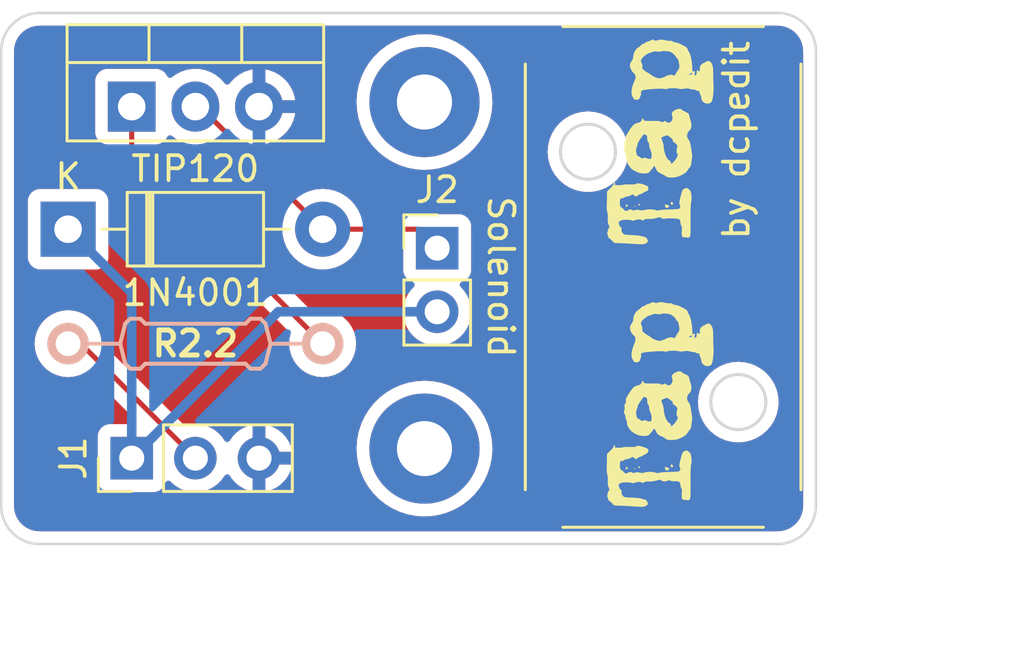
<source format=kicad_pcb>
(kicad_pcb (version 20211014) (generator pcbnew)
  (layers (0 "F.Cu" signal) (31 "B.Cu" signal) (34 "B.Paste" user) (35 "F.Paste" user) (36 "B.SilkS" user "B.Silkscreen") (37 "F.SilkS" user "F.Silkscreen") (38 "B.Mask" user) (39 "F.Mask" user) (44 "Edge.Cuts" user))
  (net 0 "")
  (net 1 "+5V")
  (net 2 "Net-(D1-Pad2)")
  (net 3 "GND")
  (net 4 "Net-(J1-Pad2)")
  (net 5 "Net-(Q1-Pad1)")
  (footprint "TapTap:taptap" (layer "F.Cu") (at 122.174 64.77 90)
    (fp_text reference "G***" hide)
    (fp_text value "LOGO" hide)
  )
  (footprint "Connector_PinHeader_2.54mm:PinHeader_1x02_P2.54mm_Vertical" (layer "F.Cu") (at 113.284 63.749)
    (fp_text reference "J2" (at 0 -2.33) (layer "F.SilkS"))
    (fp_text value "Conn_01x02_Female")
    (pad "1" thru_hole rect (at 0 0) (size 1.7 1.7) (drill 1) (layers *.Cu *.Mask) (net 2 "Net-(D1-Pad2)"))
    (pad "2" thru_hole oval (at 0 2.54) (size 1.7 1.7) (drill 1) (layers *.Cu *.Mask) (net 1 "+5V"))
  )
  (footprint "MountingHole:MountingHole_2.2mm_M2_Pad" (layer "F.Cu") (at 112.776 71.755)
    (fp_text reference "H2" hide)
    (fp_text value "MountingHole")
    (pad "1" thru_hole circle (at 0 0) (size 4.4 4.4) (drill 2.2) (layers *.Cu *.Mask))
  )
  (footprint "redherring:solenoid" (layer "F.Cu") (at 122.301 64.897 -90)
    (fp_text reference "Solenoid" (at 0 6.477 -90 unlocked) (layer "F.SilkS"))
    (fp_text value "solenoid")
    (fp_circle (center 5 -3) (end 6.1 -3) (layer "Edge.Cuts") (width 0.12) (fill none))
    (fp_circle (center -5 3) (end -3.9 3) (layer "Edge.Cuts") (width 0.12) (fill none))
  )
  (footprint "Diode_THT:D_DO-41_SOD81_P10.16mm_Horizontal" (layer "F.Cu") (at 98.552 62.992)
    (fp_text reference "1N4001" (at 5.08 2.54) (layer "F.SilkS"))
    (fp_text value "1N4001")
    (fp_text user "K" (at 0 -2.1) (layer "F.SilkS"))
    (pad "1" thru_hole rect (at 0 0) (size 2.2 2.2) (drill 1.1) (layers *.Cu *.Mask) (net 1 "+5V"))
    (pad "2" thru_hole oval (at 10.16 0) (size 2.2 2.2) (drill 1.1) (layers *.Cu *.Mask) (net 2 "Net-(D1-Pad2)"))
  )
  (footprint "Connector_PinHeader_2.54mm:PinHeader_1x03_P2.54mm_Vertical" (layer "F.Cu") (at 101.092 72.136 90)
    (fp_text reference "J1" (at 0 -2.33 90) (layer "F.SilkS"))
    (fp_text value "Conn_01x03_Female")
    (pad "1" thru_hole rect (at 0 0 90) (size 1.7 1.7) (drill 1) (layers *.Cu *.Mask) (net 1 "+5V"))
    (pad "2" thru_hole oval (at 0 2.54 90) (size 1.7 1.7) (drill 1) (layers *.Cu *.Mask) (net 4 "Net-(J1-Pad2)"))
    (pad "3" thru_hole oval (at 0 5.08 90) (size 1.7 1.7) (drill 1) (layers *.Cu *.Mask) (net 3 "GND"))
  )
  (footprint "MountingHole:MountingHole_2.2mm_M2_Pad" (layer "F.Cu") (at 112.776 57.912)
    (fp_text reference "H1" hide)
    (fp_text value "MountingHole")
    (pad "1" thru_hole circle (at 0 0) (size 4.4 4.4) (drill 2.2) (layers *.Cu *.Mask))
  )
  (footprint "Package_TO_SOT_THT:TO-220-3_Vertical" (layer "F.Cu") (at 101.092 58.095)
    (fp_text reference "TIP120" (at 2.54 2.484) (layer "F.SilkS"))
    (fp_text value "TIP120")
    (pad "1" thru_hole rect (at 0 0) (size 1.905 2) (drill 1.1) (layers *.Cu *.Mask) (net 5 "Net-(Q1-Pad1)"))
    (pad "2" thru_hole oval (at 2.54 0) (size 1.905 2) (drill 1.1) (layers *.Cu *.Mask) (net 2 "Net-(D1-Pad2)"))
    (pad "3" thru_hole oval (at 5.08 0) (size 1.905 2) (drill 1.1) (layers *.Cu *.Mask) (net 3 "GND"))
  )
  (footprint "Keebio-Parts:Resistor" (layer "F.Cu") (at 103.632 67.564)
    (fp_text reference "R2.2" (at 0 0) (layer "F.SilkS") (effects (font (thickness 0.2))))
    (fp_text value "R_2.2" hide)
    (pad "1" thru_hole circle locked (at -5.08 0) (size 1.651 1.651) (drill 0.9906) (layers *.Cu *.SilkS *.Mask) (net 4 "Net-(J1-Pad2)"))
    (pad "2" thru_hole circle locked (at 5.08 0) (size 1.651 1.651) (drill 0.9906) (layers *.Cu *.SilkS *.Mask) (net 5 "Net-(Q1-Pad1)"))
  )
  (gr_arc (start 95.885 55.88) (mid 96.331369 54.802369) (end 97.409 54.356) (layer "Edge.Cuts") (width 0.1))
  (gr_line (start 126.873 54.356) (end 97.409 54.356) (layer "Edge.Cuts") (width 0.1))
  (gr_arc (start 97.409 75.565) (mid 96.331369 75.118631) (end 95.885 74.041) (layer "Edge.Cuts") (width 0.1))
  (gr_arc (start 126.873 54.356) (mid 127.950631 54.802369) (end 128.397 55.88) (layer "Edge.Cuts") (width 0.1))
  (gr_line (start 95.885 55.88) (end 95.885 74.041) (layer "Edge.Cuts") (width 0.1))
  (gr_line (start 128.397 74.041) (end 128.397 55.88) (layer "Edge.Cuts") (width 0.1))
  (gr_arc (start 128.397 74.041) (mid 127.950631 75.118631) (end 126.873 75.565) (layer "Edge.Cuts") (width 0.1))
  (gr_line (start 97.409 75.565) (end 126.873 75.565) (layer "Edge.Cuts") (width 0.1))
  (gr_text "by dcpedit" (at 125.222 59.436 90) (layer "F.SilkS") (effects (font (size 1 1))))
  (segment (start 106.939 66.289) (end 101.092 72.136) (width 0.381) (layer "B.Cu") (net 1))
  (segment (start 113.284 66.289) (end 106.939 66.289) (width 0.381) (layer "B.Cu") (net 1))
  (segment (start 101.092 65.532) (end 98.552 62.992) (width 0.381) (layer "B.Cu") (net 1))
  (segment (start 101.092 72.136) (end 101.092 65.532) (width 0.381) (layer "B.Cu") (net 1))
  (segment (start 103.632 58.095) (end 103.815 58.095) (width 0.2032) (layer "F.Cu") (net 2))
  (segment (start 103.815 58.095) (end 108.712 62.992) (width 0.2032) (layer "F.Cu") (net 2))
  (segment (start 108.712 62.992) (end 112.527 62.992) (width 0.2032) (layer "F.Cu") (net 2))
  (segment (start 112.527 62.992) (end 113.284 63.749) (width 0.2032) (layer "F.Cu") (net 2))
  (segment (start 99.06 67.564) (end 103.632 72.136) (width 0.2032) (layer "F.Cu") (net 4))
  (segment (start 98.552 67.564) (end 99.06 67.564) (width 0.2032) (layer "F.Cu") (net 4))
  (segment (start 101.092 59.944) (end 108.712 67.564) (width 0.2032) (layer "F.Cu") (net 5))
  (segment (start 101.092 58.095) (end 101.092 59.944) (width 0.2032) (layer "F.Cu") (net 5))
  (zone (net 3) (net_name "GND") (layers F&B.Cu) (connect_pads (clearance 0.508)) (min_thickness 0.254) (fill yes (thermal_gap 0.508) (thermal_bridge_width 0.508))
    (polygon (pts (xy 128.397 75.565) (xy 95.885 75.565) (xy 95.885 54.356) (xy 128.397 54.356)))
  )
)
</source>
